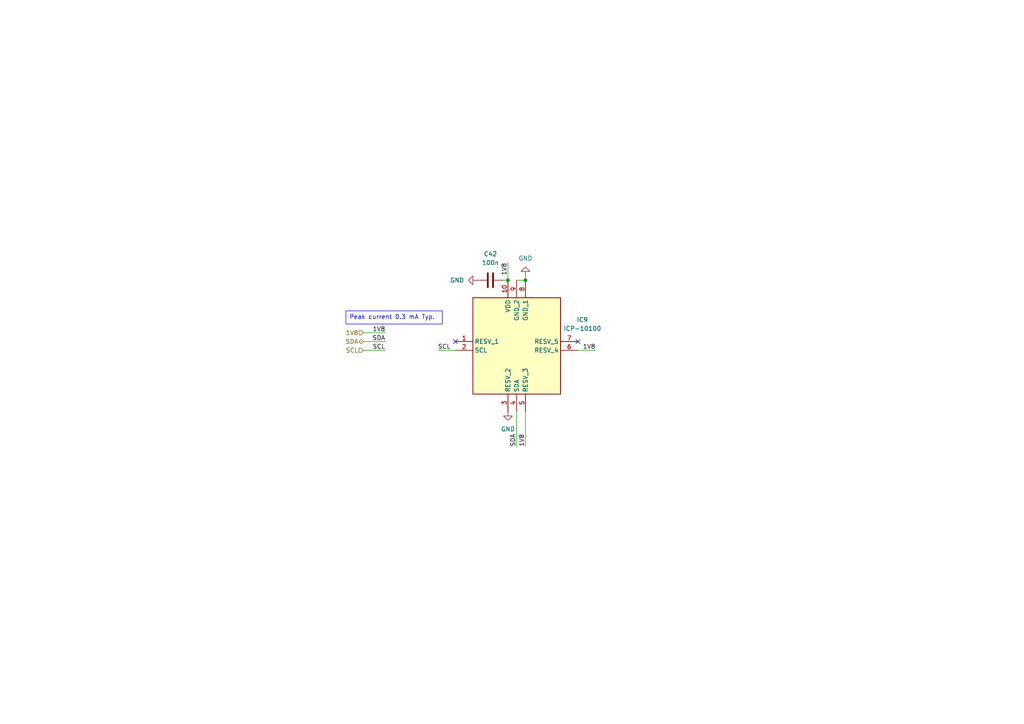
<source format=kicad_sch>
(kicad_sch (version 20231120) (generator "eeschema") (generator_version "8.0")
  (paper "A4")
  (title_block (title "Open Running Watch") (date "2024-05-13") (rev "0.2.1") (company "github.com/fuad1502/open-running-watch-hw"))
  (lib_symbols
    (symbol "Device:C" (pin_numbers hide) (pin_names (offset 0.254))
      (property "Reference" "C" (at 0.635 2.54 0))
      (property "Value" "C" (at 0.635 -2.54 0))
      (symbol "C_0_1"
        (polyline (pts (xy -2.032 -0.762) (xy 2.032 -0.762)) (stroke (width 0.508)))
        (polyline (pts (xy -2.032 0.762) (xy 2.032 0.762)) (stroke (width 0.508)))
      )
      (symbol "C_1_1"
        (pin passive line (at 0 3.81 270) (length 2.794) (name "~") (number "1"))
        (pin passive line (at 0 -3.81 90) (length 2.794) (name "~") (number "2"))
      )
    )
    (symbol "ICP-10100:ICP-10100"
      (property "Reference" "IC" (at 31.75 17.78 0))
      (property "Value" "ICP-10100" (at 31.75 15.24 0))
      (symbol "ICP-10100_1_1"
        (rectangle (start 5.08 12.7) (end 30.48 -15.24) (stroke (width 0.254)) (fill (type background)))
        (pin passive line (at 0 0 0) (length 5.08) (name "RESV_1") (number "1"))
        (pin passive line (at 15.24 17.78 270) (length 5.08) (name "VDD") (number "10"))
        (pin passive line (at 0 -2.54 0) (length 5.08) (name "SCL") (number "2"))
        (pin passive line (at 15.24 -20.32 90) (length 5.08) (name "RESV_2") (number "3"))
        (pin passive line (at 17.78 -20.32 90) (length 5.08) (name "SDA") (number "4"))
        (pin passive line (at 20.32 -20.32 90) (length 5.08) (name "RESV_3") (number "5"))
        (pin passive line (at 35.56 -2.54 180) (length 5.08) (name "RESV_4") (number "6"))
        (pin passive line (at 35.56 0 180) (length 5.08) (name "RESV_5") (number "7"))
        (pin passive line (at 20.32 17.78 270) (length 5.08) (name "GND_1") (number "8"))
        (pin passive line (at 17.78 17.78 270) (length 5.08) (name "GND_2") (number "9"))
      )
    )
    (symbol "power:GND" (power) (pin_numbers hide) (pin_names (offset 0) hide)
      (property "Value" "GND" (at 0 -3.81 0))
      (symbol "GND_0_1"
        (polyline (pts (xy 0 0) (xy 0 -1.27) (xy 1.27 -1.27) (xy 0 -2.54) (xy -1.27 -1.27) (xy 0 -1.27)))
      )
      (symbol "GND_1_1"
        (pin power_in line (at 0 0 270) (length 0) (name "~") (number "1"))
      )
    )
  )
  (junction (at 147.32 81.28))
  (junction (at 152.4 81.28))
  (no_connect (at 167.64 99.06))
  (no_connect (at 132.08 99.06))
  (wire (pts (xy 105.41 99.06) (xy 111.76 99.06)))
  (wire (pts (xy 146.05 81.28) (xy 147.32 81.28)))
  (wire (pts (xy 127 101.6) (xy 132.08 101.6)))
  (wire (pts (xy 147.32 76.2) (xy 147.32 81.28)))
  (wire (pts (xy 105.41 101.6) (xy 111.76 101.6)))
  (wire (pts (xy 172.72 101.6) (xy 167.64 101.6)))
  (wire (pts (xy 105.41 96.52) (xy 111.76 96.52)))
  (wire (pts (xy 152.4 80.01) (xy 152.4 81.28)))
  (wire (pts (xy 149.86 81.28) (xy 152.4 81.28)))
  (wire (pts (xy 149.86 119.38) (xy 149.86 129.54)))
  (wire (pts (xy 152.4 129.54) (xy 152.4 119.38)))
  (text_box "Peak current 0.3 mA Typ." (at 100.33 90.17 0) (size 27.94 3.81) (effects (font (size 1.27 1.27)) (justify left top)))
  (label "SDA" (at 149.86 129.54 90))
  (label "1V8" (at 172.72 101.6 180))
  (label "1V8" (at 152.4 129.54 90))
  (label "SCL" (at 127 101.6 0))
  (label "SDA" (at 111.76 99.06 180))
  (label "1V8" (at 111.76 96.52 180))
  (label "SCL" (at 111.76 101.6 180))
  (label "1V8" (at 147.32 76.2 270))
  (hierarchical_label "SCL" (shape input) (at 105.41 101.6 180))
  (hierarchical_label "1V8" (shape input) (at 105.41 96.52 180))
  (hierarchical_label "SDA" (shape bidirectional) (at 105.41 99.06 180))
  (symbol (lib_id "power:GND") (at 152.4 80.01 180) (unit 1)
    (property "Reference" "#PWR084" (effects (hide yes)))
    (property "Value" "GND" (at 152.4 74.93 0))
    (property "Description" "Power symbol creates a global label with name \"GND\" , ground" (effects (hide yes)))
  )
  (symbol (lib_id "power:GND") (at 147.32 119.38 0) (unit 1)
    (property "Reference" "#PWR083" (effects (hide yes)))
    (property "Value" "GND" (at 147.32 124.46 0))
    (property "Description" "Power symbol creates a global label with name \"GND\" , ground" (effects (hide yes)))
  )
  (symbol (lib_id "power:GND") (at 138.43 81.28 270) (unit 1)
    (property "Reference" "#PWR082" (effects (hide yes)))
    (property "Value" "GND" (at 134.62 81.2799 90) (effects (justify right)))
    (property "Description" "Power symbol creates a global label with name \"GND\" , ground" (effects (hide yes)))
  )
  (symbol (lib_id "Device:C") (at 142.24 81.28 90) (unit 1)
    (property "Reference" "C42" (at 142.24 73.66 90))
    (property "Value" "100n" (at 142.24 76.2 90))
    (property "Footprint" "Capacitor_SMD:C_0402_1005Metric" (effects (hide yes)))
    (property "Description" "Unpolarized capacitor" (effects (hide yes)))
    (property "Manufacturer_Part_Number" "GRM155R71A104MA01D" (effects (hide yes)))
  )
  (symbol (lib_id "ICP-10100:ICP-10100") (at 132.08 99.06 0) (unit 1)
    (property "Reference" "IC9" (at 168.91 92.7414 0))
    (property "Value" "ICP-10100" (at 168.91 95.2814 0))
    (property "Footprint" "ICP-10100:ICP10100" (effects (hide yes)))
    (property "Datasheet" "https://product.tdk.com/system/files/dam/doc/product/sensor/pressure/capacitive-pressure/data_sheet/ds-000186-icp-101xx.pdf" (effects (hide yes)))
    (property "Description" "Barometric Pressure Sensors, Relative Accuracy=?1Pa, Waterproof, LxWxT (mm)=2.0x2.0x0.72" (effects (hide yes)))
    (property "Height" "2" (effects (hide yes)))
    (property "Mouser Part Number" "410-ICP-10100" (effects (hide yes)))
    (property "Mouser Price/Stock" "https://www.mouser.co.uk/ProductDetail/TDK-InvenSense/ICP-10100?qs=W0yvOO0ixfH9%2Fv%2F4wKFfWA%3D%3D" (effects (hide yes)))
    (property "Manufacturer_Name" "TDK-Lambda" (effects (hide yes)))
    (property "Manufacturer_Part_Number" "ICP-10100" (effects (hide yes)))
  )
)
</source>
